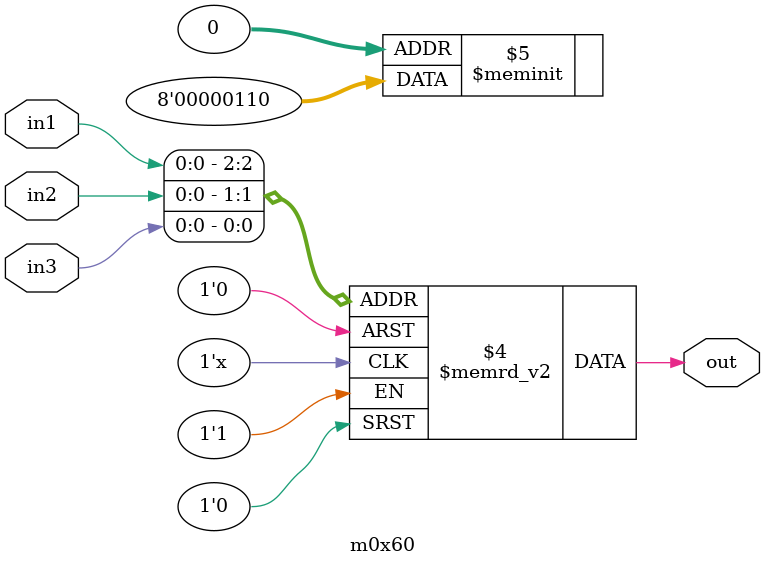
<source format=v>
module m0x60(output out, input in1, in2, in3);

   always @(in1, in2, in3)
     begin
        case({in1, in2, in3})
          3'b000: {out} = 1'b0;
          3'b001: {out} = 1'b1;
          3'b010: {out} = 1'b1;
          3'b011: {out} = 1'b0;
          3'b100: {out} = 1'b0;
          3'b101: {out} = 1'b0;
          3'b110: {out} = 1'b0;
          3'b111: {out} = 1'b0;
        endcase // case ({in1, in2, in3})
     end // always @ (in1, in2, in3)

endmodule // m0x60
</source>
